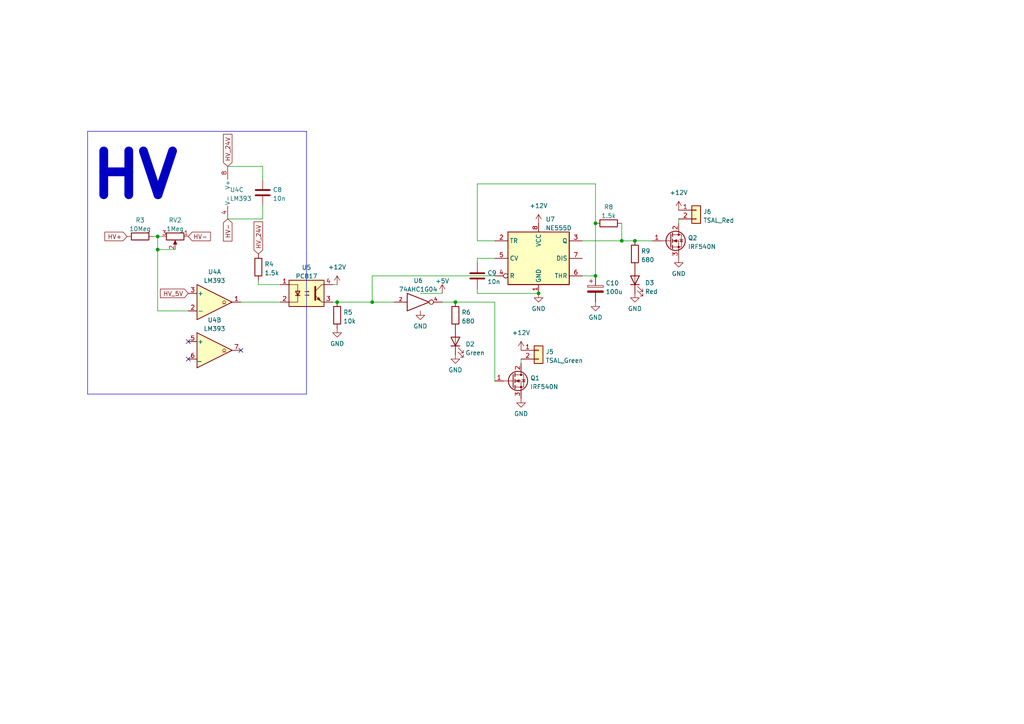
<source format=kicad_sch>
(kicad_sch (version 20230121) (generator eeschema)
  (paper "A4")
  (lib_symbols
    (symbol "74xGxx:74AHC1G04" (pin_names (offset 1.016))
      (property "Reference" "U" (at -2.54 3.81 0))
      (property "Value" "74AHC1G04" (at 0 -3.81 0))
      (symbol "74AHC1G04_0_1"
        (polyline (pts (xy -3.81 2.54) (xy -3.81 -2.54) (xy 2.54 0) (xy -3.81 2.54)) (stroke (width 0.254)))
      )
      (symbol "74AHC1G04_1_1"
        (pin input line (at -7.62 0 0) (length 3.81) (name "~") (number "2"))
        (pin power_in line (at 0 -2.54 270) (length 0) hide (name "GND") (number "3"))
        (pin output inverted (at 6.35 0 180) (length 3.81) (name "~") (number "4"))
        (pin power_in line (at 0 2.54 90) (length 0) hide (name "VCC") (number "5"))
      )
    )
    (symbol "Comparator:LM393" (pin_names (offset 0.127))
      (property "Reference" "U" (at 3.81 3.81 0))
      (property "Value" "LM393" (at 6.35 -3.81 0))
      (symbol "LM393_1_1"
        (polyline (pts (xy -5.08 5.08) (xy 5.08 0) (xy -5.08 -5.08) (xy -5.08 5.08)) (stroke (width 0.254)) (fill (type background)))
        (polyline (pts (xy 3.302 -0.508) (xy 2.794 -0.508) (xy 3.302 0) (xy 2.794 0.508) (xy 2.286 0) (xy 2.794 -0.508) (xy 2.286 -0.508)) (stroke (width 0.127)))
        (pin open_collector line (at 7.62 0 180) (length 2.54) (name "~") (number "1"))
        (pin input line (at -7.62 -2.54 0) (length 2.54) (name "-") (number "2"))
        (pin input line (at -7.62 2.54 0) (length 2.54) (name "+") (number "3"))
      )
      (symbol "LM393_2_1"
        (polyline (pts (xy -5.08 5.08) (xy 5.08 0) (xy -5.08 -5.08) (xy -5.08 5.08)) (stroke (width 0.254)) (fill (type background)))
        (polyline (pts (xy 3.302 -0.508) (xy 2.794 -0.508) (xy 3.302 0) (xy 2.794 0.508) (xy 2.286 0) (xy 2.794 -0.508) (xy 2.286 -0.508)) (stroke (width 0.127)))
        (pin input line (at -7.62 2.54 0) (length 2.54) (name "+") (number "5"))
        (pin input line (at -7.62 -2.54 0) (length 2.54) (name "_") (number "6"))
        (pin open_collector line (at 7.62 0 180) (length 2.54) (name "~") (number "7"))
      )
      (symbol "LM393_3_1"
        (pin power_in line (at -2.54 -7.62 90) (length 3.81) (name "V-") (number "4"))
        (pin power_in line (at -2.54 7.62 270) (length 3.81) (name "V+") (number "8"))
      )
    )
    (symbol "Connector_Generic:Conn_01x02" (pin_names (offset 1.016) hide)
      (property "Reference" "J" (at 0 2.54 0))
      (property "Value" "Conn_01x02" (at 0 -5.08 0))
      (symbol "Conn_01x02_1_1"
        (rectangle (start -1.27 -2.413) (end 0 -2.667) (stroke (width 0.1524)))
        (rectangle (start -1.27 0.127) (end 0 -0.127) (stroke (width 0.1524)))
        (rectangle (start -1.27 1.27) (end 1.27 -3.81) (stroke (width 0.254)) (fill (type background)))
        (pin passive line (at -5.08 0 0) (length 3.81) (name "Pin_1") (number "1"))
        (pin passive line (at -5.08 -2.54 0) (length 3.81) (name "Pin_2") (number "2"))
      )
    )
    (symbol "Device:C" (pin_numbers hide) (pin_names (offset 0.254))
      (property "Reference" "C" (at 0.635 2.54 0))
      (property "Value" "C" (at 0.635 -2.54 0))
      (symbol "C_0_1"
        (polyline (pts (xy -2.032 -0.762) (xy 2.032 -0.762)) (stroke (width 0.508)))
        (polyline (pts (xy -2.032 0.762) (xy 2.032 0.762)) (stroke (width 0.508)))
      )
      (symbol "C_1_1"
        (pin passive line (at 0 3.81 270) (length 2.794) (name "~") (number "1"))
        (pin passive line (at 0 -3.81 90) (length 2.794) (name "~") (number "2"))
      )
    )
    (symbol "Device:C_Polarized" (pin_numbers hide) (pin_names (offset 0.254))
      (property "Reference" "C" (at 0.635 2.54 0))
      (property "Value" "C_Polarized" (at 0.635 -2.54 0))
      (symbol "C_Polarized_0_1"
        (rectangle (start -2.286 0.508) (end 2.286 1.016))
        (polyline (pts (xy -1.778 2.286) (xy -0.762 2.286)))
        (polyline (pts (xy -1.27 2.794) (xy -1.27 1.778)))
        (rectangle (start 2.286 -0.508) (end -2.286 -1.016) (fill (type outline)))
      )
      (symbol "C_Polarized_1_1"
        (pin passive line (at 0 3.81 270) (length 2.794) (name "~") (number "1"))
        (pin passive line (at 0 -3.81 90) (length 2.794) (name "~") (number "2"))
      )
    )
    (symbol "Device:LED" (pin_numbers hide) (pin_names (offset 1.016) hide)
      (property "Reference" "D" (at 0 2.54 0))
      (property "Value" "LED" (at 0 -2.54 0))
      (symbol "LED_0_1"
        (polyline (pts (xy -1.27 -1.27) (xy -1.27 1.27)) (stroke (width 0.254)))
        (polyline (pts (xy -1.27 0) (xy 1.27 0)))
        (polyline (pts (xy 1.27 -1.27) (xy 1.27 1.27) (xy -1.27 0) (xy 1.27 -1.27)) (stroke (width 0.254)))
        (polyline (pts (xy -3.048 -0.762) (xy -4.572 -2.286) (xy -3.81 -2.286) (xy -4.572 -2.286) (xy -4.572 -1.524)))
        (polyline (pts (xy -1.778 -0.762) (xy -3.302 -2.286) (xy -2.54 -2.286) (xy -3.302 -2.286) (xy -3.302 -1.524)))
      )
      (symbol "LED_1_1"
        (pin passive line (at -3.81 0 0) (length 2.54) (name "K") (number "1"))
        (pin passive line (at 3.81 0 180) (length 2.54) (name "A") (number "2"))
      )
    )
    (symbol "Device:R" (pin_numbers hide) (pin_names (offset 0))
      (property "Reference" "R" (at 2.032 0 90))
      (property "Value" "R" (at 0 0 90))
      (symbol "R_0_1"
        (rectangle (start -1.016 -2.54) (end 1.016 2.54) (stroke (width 0.254)))
      )
      (symbol "R_1_1"
        (pin passive line (at 0 3.81 270) (length 1.27) (name "~") (number "1"))
        (pin passive line (at 0 -3.81 90) (length 1.27) (name "~") (number "2"))
      )
    )
    (symbol "Device:R_Potentiometer" (pin_names (offset 1.016) hide)
      (property "Reference" "RV" (at -4.445 0 90))
      (property "Value" "R_Potentiometer" (at -2.54 0 90))
      (symbol "R_Potentiometer_0_1"
        (polyline (pts (xy 2.54 0) (xy 1.524 0)))
        (polyline (pts (xy 1.143 0) (xy 2.286 0.508) (xy 2.286 -0.508) (xy 1.143 0)) (fill (type outline)))
        (rectangle (start 1.016 2.54) (end -1.016 -2.54) (stroke (width 0.254)))
      )
      (symbol "R_Potentiometer_1_1"
        (pin passive line (at 0 3.81 270) (length 1.27) (name "1") (number "1"))
        (pin passive line (at 3.81 0 180) (length 1.27) (name "2") (number "2"))
        (pin passive line (at 0 -3.81 90) (length 1.27) (name "3") (number "3"))
      )
    )
    (symbol "Isolator:PC817" (pin_names (offset 1.016))
      (property "Reference" "U" (at -5.08 5.08 0))
      (property "Value" "PC817" (at 0 5.08 0))
      (symbol "PC817_0_1"
        (rectangle (start -5.08 3.81) (end 5.08 -3.81) (stroke (width 0.254)) (fill (type background)))
        (polyline (pts (xy -3.175 -0.635) (xy -1.905 -0.635)) (stroke (width 0.254)))
        (polyline (pts (xy 2.54 0.635) (xy 4.445 2.54)))
        (polyline (pts (xy 4.445 -2.54) (xy 2.54 -0.635)) (fill (type outline)))
        (polyline (pts (xy 4.445 -2.54) (xy 5.08 -2.54)))
        (polyline (pts (xy 4.445 2.54) (xy 5.08 2.54)))
        (polyline (pts (xy -5.08 2.54) (xy -2.54 2.54) (xy -2.54 -0.635)))
        (polyline (pts (xy -2.54 -0.635) (xy -2.54 -2.54) (xy -5.08 -2.54)))
        (polyline (pts (xy 2.54 1.905) (xy 2.54 -1.905) (xy 2.54 -1.905)) (stroke (width 0.508)))
        (polyline (pts (xy -2.54 -0.635) (xy -3.175 0.635) (xy -1.905 0.635) (xy -2.54 -0.635)) (stroke (width 0.254)))
        (polyline (pts (xy -0.508 -0.508) (xy 0.762 -0.508) (xy 0.381 -0.635) (xy 0.381 -0.381) (xy 0.762 -0.508)))
        (polyline (pts (xy -0.508 0.508) (xy 0.762 0.508) (xy 0.381 0.381) (xy 0.381 0.635) (xy 0.762 0.508)))
        (polyline (pts (xy 3.048 -1.651) (xy 3.556 -1.143) (xy 4.064 -2.159) (xy 3.048 -1.651) (xy 3.048 -1.651)) (fill (type outline)))
      )
      (symbol "PC817_1_1"
        (pin passive line (at -7.62 2.54 0) (length 2.54) (name "~") (number "1"))
        (pin passive line (at -7.62 -2.54 0) (length 2.54) (name "~") (number "2"))
        (pin passive line (at 7.62 -2.54 180) (length 2.54) (name "~") (number "3"))
        (pin passive line (at 7.62 2.54 180) (length 2.54) (name "~") (number "4"))
      )
    )
    (symbol "Timer:NE555D"
      (property "Reference" "U" (at -10.16 8.89 0))
      (property "Value" "NE555D" (at 2.54 8.89 0))
      (symbol "NE555D_0_0"
        (pin power_in line (at 0 -10.16 90) (length 2.54) (name "GND") (number "1"))
        (pin power_in line (at 0 10.16 270) (length 2.54) (name "VCC") (number "8"))
      )
      (symbol "NE555D_0_1"
        (rectangle (start -8.89 -7.62) (end 8.89 7.62) (stroke (width 0.254)) (fill (type background)))
        (rectangle (start -8.89 -7.62) (end 8.89 7.62) (stroke (width 0.254)) (fill (type background)))
      )
      (symbol "NE555D_1_1"
        (pin input line (at -12.7 5.08 0) (length 3.81) (name "TR") (number "2"))
        (pin output line (at 12.7 5.08 180) (length 3.81) (name "Q") (number "3"))
        (pin input inverted (at -12.7 -5.08 0) (length 3.81) (name "R") (number "4"))
        (pin input line (at -12.7 0 0) (length 3.81) (name "CV") (number "5"))
        (pin input line (at 12.7 -5.08 180) (length 3.81) (name "THR") (number "6"))
        (pin input line (at 12.7 0 180) (length 3.81) (name "DIS") (number "7"))
      )
    )
    (symbol "Transistor_FET:IRF540N" (pin_names hide)
      (property "Reference" "Q" (at 6.35 1.905 0))
      (property "Value" "IRF540N" (at 6.35 0 0))
      (symbol "IRF540N_0_1"
        (polyline (pts (xy 0.254 0) (xy -2.54 0)))
        (polyline (pts (xy 0.254 1.905) (xy 0.254 -1.905)) (stroke (width 0.254)))
        (polyline (pts (xy 0.762 -1.27) (xy 0.762 -2.286)) (stroke (width 0.254)))
        (polyline (pts (xy 0.762 0.508) (xy 0.762 -0.508)) (stroke (width 0.254)))
        (polyline (pts (xy 0.762 2.286) (xy 0.762 1.27)) (stroke (width 0.254)))
        (polyline (pts (xy 2.54 2.54) (xy 2.54 1.778)))
        (polyline (pts (xy 2.54 -2.54) (xy 2.54 0) (xy 0.762 0)))
        (polyline (pts (xy 0.762 -1.778) (xy 3.302 -1.778) (xy 3.302 1.778) (xy 0.762 1.778)))
        (polyline (pts (xy 1.016 0) (xy 2.032 0.381) (xy 2.032 -0.381) (xy 1.016 0)) (fill (type outline)))
        (polyline (pts (xy 2.794 0.508) (xy 2.921 0.381) (xy 3.683 0.381) (xy 3.81 0.254)))
        (polyline (pts (xy 3.302 0.381) (xy 2.921 -0.254) (xy 3.683 -0.254) (xy 3.302 0.381)))
        (circle (center 1.651 0) (radius 2.794) (stroke (width 0.254)))
        (circle (center 2.54 -1.778) (radius 0.254) (fill (type outline)))
        (circle (center 2.54 1.778) (radius 0.254) (fill (type outline)))
      )
      (symbol "IRF540N_1_1"
        (pin input line (at -5.08 0 0) (length 2.54) (name "G") (number "1"))
        (pin passive line (at 2.54 5.08 270) (length 2.54) (name "D") (number "2"))
        (pin passive line (at 2.54 -5.08 90) (length 2.54) (name "S") (number "3"))
      )
    )
    (symbol "power:+12V" (power) (pin_names (offset 0))
      (property "Value" "+12V" (at 0 3.556 0))
      (symbol "+12V_0_1"
        (polyline (pts (xy -0.762 1.27) (xy 0 2.54)))
        (polyline (pts (xy 0 0) (xy 0 2.54)))
        (polyline (pts (xy 0 2.54) (xy 0.762 1.27)))
      )
      (symbol "+12V_1_1"
        (pin power_in line (at 0 0 90) (length 0) hide (name "+12V") (number "1"))
      )
    )
    (symbol "power:+5V" (power) (pin_names (offset 0))
      (property "Value" "+5V" (at 0 3.556 0))
      (symbol "+5V_0_1"
        (polyline (pts (xy -0.762 1.27) (xy 0 2.54)))
        (polyline (pts (xy 0 0) (xy 0 2.54)))
        (polyline (pts (xy 0 2.54) (xy 0.762 1.27)))
      )
      (symbol "+5V_1_1"
        (pin power_in line (at 0 0 90) (length 0) hide (name "+5V") (number "1"))
      )
    )
    (symbol "power:GND" (power) (pin_names (offset 0))
      (property "Value" "GND" (at 0 -3.81 0))
      (symbol "GND_0_1"
        (polyline (pts (xy 0 0) (xy 0 -1.27) (xy 1.27 -1.27) (xy 0 -2.54) (xy -1.27 -1.27) (xy 0 -1.27)))
      )
      (symbol "GND_1_1"
        (pin power_in line (at 0 0 270) (length 0) hide (name "GND") (number "1"))
      )
    )
  )
  (junction (at 172.72 64.77))
  (junction (at 45.72 72.39))
  (junction (at 132.08 87.63))
  (junction (at 97.79 87.63))
  (junction (at 107.95 87.63))
  (junction (at 184.15 69.85))
  (junction (at 172.72 80.01))
  (junction (at 45.72 68.58))
  (junction (at 156.21 85.09))
  (junction (at 180.34 69.85))
  (no_connect (at 54.61 99.06))
  (no_connect (at 54.61 104.14))
  (no_connect (at 69.85 101.6))
  (wire (pts (xy 138.43 85.09) (xy 156.21 85.09)))
  (wire (pts (xy 138.43 83.82) (xy 138.43 85.09)))
  (wire (pts (xy 121.92 85.09) (xy 128.27 85.09)))
  (polyline (pts (xy 88.9 73.66) (xy 88.9 114.3)))
  (wire (pts (xy 128.27 87.63) (xy 132.08 87.63)))
  (wire (pts (xy 107.95 87.63) (xy 114.3 87.63)))
  (polyline (pts (xy 88.9 73.66) (xy 88.9 38.1)))
  (wire (pts (xy 180.34 69.85) (xy 184.15 69.85)))
  (wire (pts (xy 180.34 64.77) (xy 180.34 69.85)))
  (wire (pts (xy 97.79 87.63) (xy 107.95 87.63)))
  (wire (pts (xy 143.51 69.85) (xy 138.43 69.85)))
  (wire (pts (xy 138.43 74.93) (xy 138.43 76.2)))
  (wire (pts (xy 76.2 59.69) (xy 76.2 63.5)))
  (wire (pts (xy 172.72 64.77) (xy 172.72 80.01)))
  (polyline (pts (xy 25.4 114.3) (xy 88.9 114.3)))
  (wire (pts (xy 76.2 52.07) (xy 76.2 48.26)))
  (wire (pts (xy 46.99 68.58) (xy 45.72 68.58)))
  (wire (pts (xy 184.15 69.85) (xy 189.23 69.85)))
  (wire (pts (xy 81.28 87.63) (xy 69.85 87.63)))
  (wire (pts (xy 143.51 110.49) (xy 143.51 87.63)))
  (wire (pts (xy 54.61 90.17) (xy 45.72 90.17)))
  (wire (pts (xy 107.95 80.01) (xy 143.51 80.01)))
  (wire (pts (xy 168.91 69.85) (xy 180.34 69.85)))
  (wire (pts (xy 45.72 90.17) (xy 45.72 72.39)))
  (wire (pts (xy 97.79 82.55) (xy 96.52 82.55)))
  (wire (pts (xy 81.28 82.55) (xy 74.93 82.55)))
  (wire (pts (xy 76.2 63.5) (xy 66.04 63.5)))
  (wire (pts (xy 45.72 68.58) (xy 44.45 68.58)))
  (wire (pts (xy 151.13 104.14) (xy 151.13 105.41)))
  (wire (pts (xy 143.51 87.63) (xy 132.08 87.63)))
  (wire (pts (xy 196.85 63.5) (xy 196.85 64.77)))
  (polyline (pts (xy 25.4 38.1) (xy 25.4 114.3)))
  (wire (pts (xy 74.93 82.55) (xy 74.93 81.28)))
  (wire (pts (xy 45.72 68.58) (xy 45.72 72.39)))
  (wire (pts (xy 138.43 53.34) (xy 172.72 53.34)))
  (wire (pts (xy 76.2 48.26) (xy 66.04 48.26)))
  (wire (pts (xy 96.52 87.63) (xy 97.79 87.63)))
  (wire (pts (xy 143.51 74.93) (xy 138.43 74.93)))
  (wire (pts (xy 45.72 72.39) (xy 50.8 72.39)))
  (wire (pts (xy 107.95 80.01) (xy 107.95 87.63)))
  (wire (pts (xy 138.43 69.85) (xy 138.43 53.34)))
  (wire (pts (xy 172.72 53.34) (xy 172.72 64.77)))
  (polyline (pts (xy 88.9 38.1) (xy 25.4 38.1)))
  (wire (pts (xy 172.72 80.01) (xy 168.91 80.01)))
  (text "HV" (at 25.4 58.42 0) (effects (font (size 12.7 12.7) (thickness 2.54) bold) (justify left bottom)))
  (global_label "HV-" (shape input) (at 54.61 68.58 0) (property "Intersheetrefs" "${INTERSHEET_REFS}" (effects hide)))
  (global_label "HV_24V" (shape input) (at 74.93 73.66 90) (property "Intersheetrefs" "${INTERSHEET_REFS}" (effects hide)))
  (global_label "HV_24V" (shape input) (at 66.04 48.26 90) (property "Intersheetrefs" "${INTERSHEET_REFS}" (effects hide)))
  (global_label "HV-" (shape input) (at 66.04 63.5 270) (property "Intersheetrefs" "${INTERSHEET_REFS}" (effects hide)))
  (global_label "HV+" (shape input) (at 36.83 68.58 180) (property "Intersheetrefs" "${INTERSHEET_REFS}" (effects hide)))
  (global_label "HV_5V" (shape input) (at 54.61 85.09 180) (property "Intersheetrefs" "${INTERSHEET_REFS}" (effects hide)))
  (symbol (lib_id "Device:C") (at 76.2 55.88 0) (unit 1)
    (property "Reference" "C8" (at 79.121 55.0453 0) (effects (justify left)))
    (property "Value" "10n" (at 79.121 57.5822 0) (effects (justify left)))
    (property "Footprint" "Capacitor_THT:C_Disc_D4.7mm_W2.5mm_P5.00mm" (effects hide))
  )
  (symbol (lib_id "power:GND") (at 151.13 115.57 0) (unit 1)
    (property "Reference" "#PWR0110" (effects hide))
    (property "Value" "GND" (at 151.13 120.0134 0))
  )
  (symbol (lib_id "Timer:NE555D") (at 156.21 74.93 0) (unit 1)
    (property "Reference" "U7" (at 158.2294 63.6102 0) (effects (justify left)))
    (property "Value" "NE555D" (at 158.2294 66.1471 0) (effects (justify left)))
    (property "Footprint" "Package_SO:SOIC-8_3.9x4.9mm_P1.27mm" (effects hide))
    (property "Datasheet" "http://www.ti.com/lit/ds/symlink/ne555.pdf" (effects hide))
  )
  (symbol (lib_id "Device:LED") (at 184.15 81.28 90) (unit 1)
    (property "Reference" "D3" (at 187.071 82.0328 90) (effects (justify right)))
    (property "Value" "Red" (at 187.071 84.5697 90) (effects (justify right)))
    (property "Footprint" "Diode_SMD:D_1206_3216Metric_Pad1.42x1.75mm_HandSolder" (effects hide))
  )
  (symbol (lib_id "Isolator:PC817") (at 88.9 85.09 0) (unit 1)
    (property "Reference" "U5" (at 88.9 77.5802 0))
    (property "Value" "PC817" (at 88.9 80.1171 0))
    (property "Footprint" "Package_DIP:DIP-4_W7.62mm" (effects hide))
    (property "Datasheet" "http://www.soselectronic.cz/a_info/resource/d/pc817.pdf" (effects hide))
  )
  (symbol (lib_id "Device:R") (at 74.93 77.47 180) (unit 1)
    (property "Reference" "R4" (at 76.708 76.6353 0) (effects (justify right)))
    (property "Value" "1.5k" (at 76.708 79.1722 0) (effects (justify right)))
    (property "Footprint" "Resistor_THT:R_Axial_DIN0309_L9.0mm_D3.2mm_P12.70mm_Horizontal" (effects hide))
  )
  (symbol (lib_id "power:+5V") (at 128.27 85.09 0) (unit 1)
    (property "Reference" "#PWR0115" (effects hide))
    (property "Value" "+5V" (at 128.27 81.5142 0))
  )
  (symbol (lib_id "Connector_Generic:Conn_01x02") (at 156.21 101.6 0) (unit 1)
    (property "Reference" "J5" (at 158.242 102.0353 0) (effects (justify left)))
    (property "Value" "TSAL_Green" (at 158.242 104.5722 0) (effects (justify left)))
    (property "Footprint" "Connector_JST:JST_PH_B2B-PH-K_1x02_P2.00mm_Vertical" (effects hide))
  )
  (symbol (lib_id "power:GND") (at 132.08 102.87 0) (unit 1)
    (property "Reference" "#PWR0111" (effects hide))
    (property "Value" "GND" (at 132.08 107.3134 0))
  )
  (symbol (lib_id "power:GND") (at 172.72 87.63 0) (unit 1)
    (property "Reference" "#PWR0117" (effects hide))
    (property "Value" "GND" (at 172.72 92.0734 0))
  )
  (symbol (lib_id "Device:R_Potentiometer") (at 50.8 68.58 270) (unit 1)
    (property "Reference" "RV2" (at 50.8 63.8642 90))
    (property "Value" "1Meg" (at 50.8 66.4011 90))
    (property "Footprint" "Potentiometer_THT:Potentiometer_Vishay_T73YP_Vertical" (effects hide))
  )
  (symbol (lib_id "Device:C") (at 138.43 80.01 0) (unit 1)
    (property "Reference" "C9" (at 141.351 79.1753 0) (effects (justify left)))
    (property "Value" "10n" (at 141.351 81.7122 0) (effects (justify left)))
    (property "Footprint" "Capacitor_SMD:C_1206_3216Metric_Pad1.33x1.80mm_HandSolder" (effects hide))
  )
  (symbol (lib_id "power:+12V") (at 156.21 64.77 0) (unit 1)
    (property "Reference" "#PWR0120" (effects hide))
    (property "Value" "+12V" (at 156.21 59.69 0))
  )
  (symbol (lib_id "power:+12V") (at 97.79 82.55 0) (unit 1)
    (property "Reference" "#PWR0123" (effects hide))
    (property "Value" "+12V" (at 97.79 77.47 0))
  )
  (symbol (lib_id "Device:R") (at 40.64 68.58 90) (unit 1)
    (property "Reference" "R3" (at 40.64 63.8642 90))
    (property "Value" "10Meg" (at 40.64 66.4011 90))
    (property "Footprint" "Resistor_THT:R_Axial_DIN0309_L9.0mm_D3.2mm_P15.24mm_Horizontal" (effects hide))
  )
  (symbol (lib_id "Device:R") (at 132.08 91.44 0) (unit 1)
    (property "Reference" "R6" (at 133.858 90.6053 0) (effects (justify left)))
    (property "Value" "680" (at 133.858 93.1422 0) (effects (justify left)))
    (property "Footprint" "Resistor_SMD:R_1206_3216Metric_Pad1.30x1.75mm_HandSolder" (effects hide))
  )
  (symbol (lib_id "Comparator:LM393") (at 62.23 87.63 0) (unit 1)
    (property "Reference" "U4" (at 62.23 78.8502 0))
    (property "Value" "LM393" (at 62.23 81.3871 0))
    (property "Footprint" "Package_DIP:DIP-8_W10.16mm" (effects hide))
    (property "Datasheet" "http://www.ti.com/lit/ds/symlink/lm393.pdf" (effects hide))
  )
  (symbol (lib_id "power:GND") (at 121.92 90.17 0) (unit 1)
    (property "Reference" "#PWR0114" (effects hide))
    (property "Value" "GND" (at 121.92 94.6134 0))
  )
  (symbol (lib_id "Transistor_FET:IRF540N") (at 148.59 110.49 0) (unit 1)
    (property "Reference" "Q1" (at 153.797 109.6553 0) (effects (justify left)))
    (property "Value" "IRF540N" (at 153.797 112.1922 0) (effects (justify left)))
    (property "Footprint" "Package_TO_SOT_THT:TO-220-3_Vertical" (effects hide))
    (property "Datasheet" "http://www.irf.com/product-info/datasheets/data/irf540n.pdf" (effects hide))
  )
  (symbol (lib_id "power:GND") (at 184.15 85.09 0) (unit 1)
    (property "Reference" "#PWR0118" (effects hide))
    (property "Value" "GND" (at 184.15 89.5334 0))
  )
  (symbol (lib_id "Device:C_Polarized") (at 172.72 83.82 0) (unit 1)
    (property "Reference" "C10" (at 175.641 82.0963 0) (effects (justify left)))
    (property "Value" "100u" (at 175.641 84.6332 0) (effects (justify left)))
    (property "Footprint" "Capacitor_SMD:C_1206_3216Metric_Pad1.33x1.80mm_HandSolder" (effects hide))
  )
  (symbol (lib_id "74xGxx:74AHC1G04") (at 121.92 87.63 0) (unit 1)
    (property "Reference" "U6" (at 121.285 81.3902 0))
    (property "Value" "74AHC1G04" (at 121.285 83.9271 0))
    (property "Footprint" "Package_TO_SOT_SMD:SOT-353_SC-70-5_Handsoldering" (effects hide))
    (property "Datasheet" "http://www.ti.com/lit/sg/scyt129e/scyt129e.pdf" (effects hide))
  )
  (symbol (lib_id "Device:R") (at 97.79 91.44 0) (unit 1)
    (property "Reference" "R5" (at 99.568 90.6053 0) (effects (justify left)))
    (property "Value" "10k" (at 99.568 93.1422 0) (effects (justify left)))
    (property "Footprint" "Resistor_SMD:R_1206_3216Metric_Pad1.30x1.75mm_HandSolder" (effects hide))
  )
  (symbol (lib_id "Device:LED") (at 132.08 99.06 90) (unit 1)
    (property "Reference" "D2" (at 135.001 99.8128 90) (effects (justify right)))
    (property "Value" "Green" (at 135.001 102.3497 90) (effects (justify right)))
    (property "Footprint" "Diode_SMD:D_1206_3216Metric_Pad1.42x1.75mm_HandSolder" (effects hide))
  )
  (symbol (lib_id "Device:R") (at 176.53 64.77 90) (unit 1)
    (property "Reference" "R8" (at 176.53 60.0542 90))
    (property "Value" "1.5k" (at 176.53 62.5911 90))
    (property "Footprint" "Resistor_SMD:R_1206_3216Metric_Pad1.30x1.75mm_HandSolder" (effects hide))
  )
  (symbol (lib_id "Device:R") (at 184.15 73.66 0) (unit 1)
    (property "Reference" "R9" (at 185.928 72.8253 0) (effects (justify left)))
    (property "Value" "680" (at 185.928 75.3622 0) (effects (justify left)))
    (property "Footprint" "Resistor_SMD:R_1206_3216Metric_Pad1.30x1.75mm_HandSolder" (effects hide))
  )
  (symbol (lib_id "Comparator:LM393") (at 68.58 55.88 0) (unit 3)
    (property "Reference" "U4" (at 66.675 55.0453 0) (effects (justify left)))
    (property "Value" "LM393" (at 66.675 57.5822 0) (effects (justify left)))
    (property "Footprint" "Package_DIP:DIP-8_W10.16mm" (effects hide))
    (property "Datasheet" "http://www.ti.com/lit/ds/symlink/lm393.pdf" (effects hide))
  )
  (symbol (lib_id "Transistor_FET:IRF540N") (at 194.31 69.85 0) (unit 1)
    (property "Reference" "Q2" (at 199.517 69.0153 0) (effects (justify left)))
    (property "Value" "IRF540N" (at 199.517 71.5522 0) (effects (justify left)))
    (property "Footprint" "Package_TO_SOT_THT:TO-220-3_Vertical" (effects hide))
    (property "Datasheet" "http://www.irf.com/product-info/datasheets/data/irf540n.pdf" (effects hide))
  )
  (symbol (lib_id "Comparator:LM393") (at 62.23 101.6 0) (unit 2)
    (property "Reference" "U4" (at 62.23 92.8202 0))
    (property "Value" "LM393" (at 62.23 95.3571 0))
    (property "Footprint" "Package_DIP:DIP-8_W10.16mm" (effects hide))
    (property "Datasheet" "http://www.ti.com/lit/ds/symlink/lm393.pdf" (effects hide))
  )
  (symbol (lib_id "power:+12V") (at 151.13 101.6 0) (unit 1)
    (property "Reference" "#PWR0116" (effects hide))
    (property "Value" "+12V" (at 151.13 96.52 0))
  )
  (symbol (lib_id "power:GND") (at 97.79 95.25 0) (unit 1)
    (property "Reference" "#PWR0108" (effects hide))
    (property "Value" "GND" (at 97.79 99.6934 0))
  )
  (symbol (lib_id "power:+12V") (at 196.85 60.96 0) (unit 1)
    (property "Reference" "#PWR0122" (effects hide))
    (property "Value" "+12V" (at 196.85 55.88 0))
  )
  (symbol (lib_id "power:GND") (at 196.85 74.93 0) (unit 1)
    (property "Reference" "#PWR0119" (effects hide))
    (property "Value" "GND" (at 196.85 79.3734 0))
  )
  (symbol (lib_id "Connector_Generic:Conn_01x02") (at 201.93 60.96 0) (unit 1)
    (property "Reference" "J6" (at 203.962 61.3953 0) (effects (justify left)))
    (property "Value" "TSAL_Red" (at 203.962 63.9322 0) (effects (justify left)))
    (property "Footprint" "Connector_JST:JST_PH_B2B-PH-K_1x02_P2.00mm_Vertical" (effects hide))
  )
  (symbol (lib_id "power:GND") (at 156.21 85.09 0) (unit 1)
    (property "Reference" "#PWR0113" (effects hide))
    (property "Value" "GND" (at 156.21 89.5334 0))
  )
)
</source>
